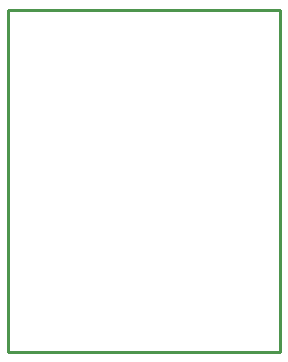
<source format=gbr>
G04 start of page 4 for group 2 idx 2 *
G04 Title: (unknown), outline *
G04 Creator: pcb 1.99z *
G04 CreationDate: Wed 03 Jul 2013 06:17:13 PM GMT UTC *
G04 For: commonadmin *
G04 Format: Gerber/RS-274X *
G04 PCB-Dimensions: 600000 500000 *
G04 PCB-Coordinate-Origin: lower left *
%MOIN*%
%FSLAX25Y25*%
%LNOUTLINE*%
%ADD34C,0.0100*%
G54D34*X0Y114000D02*Y0D01*
X90500D01*
Y114000D01*
X0D01*
M02*

</source>
